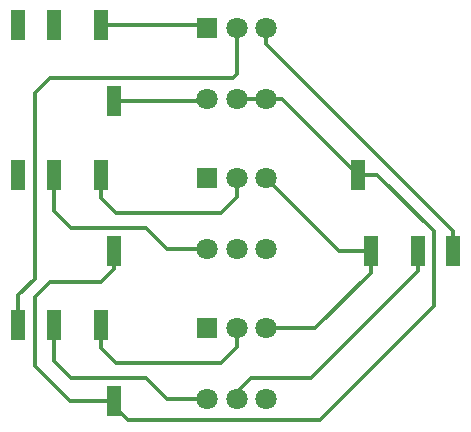
<source format=gbr>
%TF.GenerationSoftware,KiCad,Pcbnew,(6.0.5)*%
%TF.CreationDate,2022-06-29T19:51:02+08:00*%
%TF.ProjectId,audioswitch,61756469-6f73-4776-9974-63682e6b6963,rev?*%
%TF.SameCoordinates,Original*%
%TF.FileFunction,Copper,L1,Top*%
%TF.FilePolarity,Positive*%
%FSLAX46Y46*%
G04 Gerber Fmt 4.6, Leading zero omitted, Abs format (unit mm)*
G04 Created by KiCad (PCBNEW (6.0.5)) date 2022-06-29 19:51:02*
%MOMM*%
%LPD*%
G01*
G04 APERTURE LIST*
%TA.AperFunction,SMDPad,CuDef*%
%ADD10R,1.200000X2.500000*%
%TD*%
%TA.AperFunction,ComponentPad*%
%ADD11R,1.800000X1.800000*%
%TD*%
%TA.AperFunction,ComponentPad*%
%ADD12C,1.800000*%
%TD*%
%TA.AperFunction,Conductor*%
%ADD13C,0.304800*%
%TD*%
G04 APERTURE END LIST*
D10*
%TO.P,EARPHONE OUT,R1*%
%TO.N,N/C*%
X142065000Y-95810000D03*
%TO.P,EARPHONE OUT,R2*%
X139065000Y-95810000D03*
%TO.P,EARPHONE OUT,S*%
X147165000Y-102310000D03*
%TO.P,EARPHONE OUT,T*%
X146065000Y-95810000D03*
%TD*%
%TO.P,MIC IN,R1*%
%TO.N,N/C*%
X142065000Y-83110000D03*
%TO.P,MIC IN,R2*%
X139065000Y-83110000D03*
%TO.P,MIC IN,S*%
X147165000Y-89610000D03*
%TO.P,MIC IN,T*%
X146065000Y-83110000D03*
%TD*%
D11*
%TO.P,SW_8mm,1*%
%TO.N,N/C*%
X155057500Y-83437500D03*
D12*
%TO.P,SW_8mm,2*%
X157557500Y-83437500D03*
%TO.P,SW_8mm,3*%
X160057500Y-83437500D03*
%TO.P,SW_8mm,4*%
X155057500Y-89437500D03*
%TO.P,SW_8mm,5*%
X157557500Y-89437500D03*
%TO.P,SW_8mm,6*%
X160057500Y-89437500D03*
%TD*%
D11*
%TO.P,SW_8mm,1*%
%TO.N,N/C*%
X155057500Y-96137500D03*
D12*
%TO.P,SW_8mm,2*%
X157557500Y-96137500D03*
%TO.P,SW_8mm,3*%
X160057500Y-96137500D03*
%TO.P,SW_8mm,4*%
X155057500Y-102137500D03*
%TO.P,SW_8mm,5*%
X157557500Y-102137500D03*
%TO.P,SW_8mm,6*%
X160057500Y-102137500D03*
%TD*%
D11*
%TO.P,SW_8mm,1*%
%TO.N,N/C*%
X155057500Y-108837500D03*
D12*
%TO.P,SW_8mm,2*%
X157557500Y-108837500D03*
%TO.P,SW_8mm,3*%
X160057500Y-108837500D03*
%TO.P,SW_8mm,4*%
X155057500Y-114837500D03*
%TO.P,SW_8mm,5*%
X157557500Y-114837500D03*
%TO.P,SW_8mm,6*%
X160057500Y-114837500D03*
%TD*%
D10*
%TO.P,HEADSET OUT,R1*%
%TO.N,N/C*%
X142065000Y-108510000D03*
%TO.P,HEADSET OUT,R2*%
X139065000Y-108510000D03*
%TO.P,HEADSET OUT,S*%
X147165000Y-115010000D03*
%TO.P,HEADSET OUT,T*%
X146065000Y-108510000D03*
%TD*%
%TO.P,I/O,R1*%
%TO.N,N/C*%
X172895000Y-102310000D03*
%TO.P,I/O,R2*%
X175895000Y-102310000D03*
%TO.P,I/O,S*%
X167795000Y-95810000D03*
%TO.P,I/O,T*%
X168895000Y-102310000D03*
%TD*%
D13*
%TO.N,*%
X157557500Y-114222500D02*
X157557500Y-114837500D01*
X163830000Y-113030000D02*
X158750000Y-113030000D01*
X172895000Y-103965000D02*
X163830000Y-113030000D01*
X158750000Y-113030000D02*
X157557500Y-114222500D01*
X172895000Y-102310000D02*
X172895000Y-103965000D01*
X156210000Y-111760000D02*
X157557500Y-110412500D01*
X147320000Y-111760000D02*
X156210000Y-111760000D01*
X146065000Y-110505000D02*
X147320000Y-111760000D01*
X146065000Y-108510000D02*
X146065000Y-110505000D01*
X157557500Y-110412500D02*
X157557500Y-108837500D01*
X157557500Y-97712500D02*
X157557500Y-96137500D01*
X156210000Y-99060000D02*
X157557500Y-97712500D01*
X147320000Y-99060000D02*
X156210000Y-99060000D01*
X146065000Y-97805000D02*
X147320000Y-99060000D01*
X146065000Y-95810000D02*
X146065000Y-97805000D01*
X166230000Y-102310000D02*
X168895000Y-102310000D01*
X160057500Y-96137500D02*
X166230000Y-102310000D01*
X160057500Y-84746500D02*
X175895000Y-100584000D01*
X147165000Y-103787000D02*
X146050000Y-104902000D01*
X142065000Y-95810000D02*
X142065000Y-98885000D01*
X157557500Y-83437500D02*
X157557500Y-87298500D01*
X168895000Y-102310000D02*
X168895000Y-104155000D01*
X164592000Y-116586000D02*
X174244000Y-106934000D01*
X149860000Y-100330000D02*
X151667500Y-102137500D01*
X148336000Y-116586000D02*
X164592000Y-116586000D01*
X146050000Y-104902000D02*
X141732000Y-104902000D01*
X147165000Y-115010000D02*
X147165000Y-115415000D01*
X139065000Y-106045000D02*
X140462000Y-104648000D01*
X154730000Y-83110000D02*
X155057500Y-83437500D01*
X141732000Y-87630000D02*
X140462000Y-88900000D01*
X151667500Y-114837500D02*
X155057500Y-114837500D01*
X142065000Y-98885000D02*
X143510000Y-100330000D01*
X140462000Y-106172000D02*
X140462000Y-112014000D01*
X174244000Y-106934000D02*
X174244000Y-100584000D01*
X160057500Y-83437500D02*
X160057500Y-84746500D01*
X139065000Y-108510000D02*
X139065000Y-106045000D01*
X147165000Y-115415000D02*
X148336000Y-116586000D01*
X146065000Y-83110000D02*
X154730000Y-83110000D01*
X157226000Y-87630000D02*
X141732000Y-87630000D01*
X169366000Y-95810000D02*
X167795000Y-95810000D01*
X157557500Y-87298500D02*
X157226000Y-87630000D01*
X143510000Y-100330000D02*
X149860000Y-100330000D01*
X161422500Y-89437500D02*
X164262500Y-92277500D01*
X168895000Y-104155000D02*
X164212500Y-108837500D01*
X174244000Y-100584000D02*
X169470000Y-95810000D01*
X160057500Y-89437500D02*
X161422500Y-89437500D01*
X140462000Y-112014000D02*
X143458000Y-115010000D01*
X154885000Y-89610000D02*
X155057500Y-89437500D01*
X151667500Y-102137500D02*
X155057500Y-102137500D01*
X142065000Y-111585000D02*
X143510000Y-113030000D01*
X142065000Y-108510000D02*
X142065000Y-111585000D01*
X141732000Y-104902000D02*
X140462000Y-106172000D01*
X140462000Y-88900000D02*
X140462000Y-104648000D01*
X157557500Y-89437500D02*
X160057500Y-89437500D01*
X169470000Y-95810000D02*
X167795000Y-95810000D01*
X143510000Y-113030000D02*
X149860000Y-113030000D01*
X164212500Y-108837500D02*
X160057500Y-108837500D01*
X143458000Y-115010000D02*
X147165000Y-115010000D01*
X149860000Y-113030000D02*
X151667500Y-114837500D01*
X164262500Y-92277500D02*
X167795000Y-95810000D01*
X147165000Y-89610000D02*
X154885000Y-89610000D01*
X147165000Y-102310000D02*
X147165000Y-103787000D01*
X175895000Y-100584000D02*
X175895000Y-102310000D01*
%TD*%
M02*

</source>
